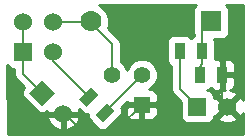
<source format=gbl>
G04 (created by PCBNEW-RS274X (2012-01-18 BZR 3371)-testing) date Sun 05 Feb 2012 03:29:24 PM EST*
G01*
G70*
G90*
%MOIN*%
G04 Gerber Fmt 3.4, Leading zero omitted, Abs format*
%FSLAX34Y34*%
G04 APERTURE LIST*
%ADD10C,0.006000*%
%ADD11C,0.070000*%
%ADD12R,0.070000X0.070000*%
%ADD13R,0.060000X0.060000*%
%ADD14C,0.060000*%
%ADD15R,0.055000X0.055000*%
%ADD16C,0.055000*%
%ADD17R,0.035000X0.055000*%
%ADD18C,0.008000*%
%ADD19C,0.010000*%
G04 APERTURE END LIST*
G54D10*
G54D11*
X18770Y-13090D03*
G54D12*
X22770Y-13090D03*
G54D13*
X22310Y-15940D03*
G54D14*
X23310Y-15940D03*
G54D15*
X20460Y-15870D03*
G54D16*
X20460Y-14870D03*
X19460Y-14870D03*
G54D17*
X22475Y-14080D03*
X21725Y-14080D03*
G54D10*
G36*
X18377Y-15686D02*
X18766Y-15297D01*
X19013Y-15544D01*
X18624Y-15933D01*
X18377Y-15686D01*
X18377Y-15686D01*
G37*
G36*
X18907Y-16216D02*
X19296Y-15827D01*
X19543Y-16074D01*
X19154Y-16463D01*
X18907Y-16216D01*
X18907Y-16216D01*
G37*
G54D17*
X22385Y-14880D03*
X23135Y-14880D03*
G54D10*
G36*
X16702Y-15476D02*
X17126Y-15052D01*
X17550Y-15476D01*
X17126Y-15900D01*
X16702Y-15476D01*
X16702Y-15476D01*
G37*
G54D14*
X17834Y-16184D03*
G54D13*
X16500Y-14130D03*
G54D14*
X16500Y-13130D03*
X17500Y-14130D03*
X17500Y-13130D03*
G54D18*
X17904Y-16184D02*
X18470Y-16750D01*
X23135Y-14880D02*
X23135Y-15765D01*
X23135Y-15765D02*
X23310Y-15940D01*
X20460Y-15870D02*
X21170Y-15870D01*
X22700Y-16550D02*
X23310Y-15940D01*
X21850Y-16550D02*
X22700Y-16550D01*
X21170Y-15870D02*
X21850Y-16550D01*
X17834Y-16184D02*
X17904Y-16184D01*
X19580Y-16750D02*
X20460Y-15870D01*
X18470Y-16750D02*
X19580Y-16750D01*
X22310Y-15940D02*
X22310Y-15930D01*
X21725Y-15345D02*
X21725Y-14080D01*
X22310Y-15930D02*
X21725Y-15345D01*
X17500Y-14420D02*
X18695Y-15615D01*
X17500Y-14130D02*
X17500Y-14420D01*
X19225Y-16145D02*
X19225Y-16105D01*
X19225Y-16105D02*
X20460Y-14870D01*
X22475Y-14080D02*
X22475Y-13385D01*
X22475Y-13385D02*
X22770Y-13090D01*
X22385Y-14880D02*
X22385Y-14605D01*
X22475Y-14515D02*
X22475Y-14080D01*
X22385Y-14605D02*
X22475Y-14515D01*
X17500Y-13130D02*
X18730Y-13130D01*
X19460Y-13860D02*
X19460Y-14870D01*
X18730Y-13130D02*
X19460Y-13860D01*
X16500Y-14130D02*
X16500Y-14850D01*
X16500Y-14850D02*
X17126Y-15476D01*
X16500Y-13130D02*
X16500Y-14130D01*
G54D10*
G36*
X23815Y-16855D02*
X23625Y-16855D01*
X23625Y-16325D01*
X23310Y-16011D01*
X22995Y-16325D01*
X23024Y-16420D01*
X23229Y-16493D01*
X23447Y-16482D01*
X23596Y-16420D01*
X23625Y-16325D01*
X23625Y-16855D01*
X20985Y-16855D01*
X20985Y-15982D01*
X20923Y-15920D01*
X20510Y-15920D01*
X20510Y-16333D01*
X20572Y-16395D01*
X20686Y-16394D01*
X20785Y-16394D01*
X20876Y-16356D01*
X20946Y-16286D01*
X20984Y-16194D01*
X20985Y-15982D01*
X20985Y-16855D01*
X20410Y-16855D01*
X20410Y-16333D01*
X20410Y-15920D01*
X19997Y-15920D01*
X19935Y-15982D01*
X19936Y-16194D01*
X19974Y-16286D01*
X20044Y-16356D01*
X20135Y-16394D01*
X20234Y-16394D01*
X20348Y-16395D01*
X20410Y-16333D01*
X20410Y-16855D01*
X19905Y-16855D01*
X18376Y-16853D01*
X18376Y-16321D01*
X18329Y-16234D01*
X17884Y-16234D01*
X17884Y-16679D01*
X17971Y-16726D01*
X18168Y-16632D01*
X18314Y-16470D01*
X18376Y-16321D01*
X18376Y-16853D01*
X17784Y-16852D01*
X17784Y-16679D01*
X17784Y-16234D01*
X17339Y-16234D01*
X17292Y-16321D01*
X17386Y-16518D01*
X17548Y-16664D01*
X17697Y-16726D01*
X17784Y-16679D01*
X17784Y-16852D01*
X15990Y-16850D01*
X15979Y-14547D01*
X15989Y-14571D01*
X16059Y-14641D01*
X16150Y-14679D01*
X16210Y-14679D01*
X16210Y-14850D01*
X16232Y-14961D01*
X16295Y-15055D01*
X16532Y-15292D01*
X16491Y-15335D01*
X16453Y-15427D01*
X16453Y-15525D01*
X16490Y-15617D01*
X16560Y-15687D01*
X16985Y-16111D01*
X17077Y-16149D01*
X17175Y-16149D01*
X17267Y-16112D01*
X17306Y-16072D01*
X17339Y-16134D01*
X17643Y-16134D01*
X17728Y-16219D01*
X17834Y-16113D01*
X17940Y-16219D01*
X18025Y-16134D01*
X18329Y-16134D01*
X18376Y-16047D01*
X18366Y-16027D01*
X18483Y-16144D01*
X18575Y-16182D01*
X18658Y-16182D01*
X18658Y-16265D01*
X18695Y-16356D01*
X18765Y-16426D01*
X19013Y-16674D01*
X19105Y-16712D01*
X19204Y-16712D01*
X19295Y-16675D01*
X19365Y-16605D01*
X19754Y-16216D01*
X19792Y-16124D01*
X19792Y-16025D01*
X19769Y-15970D01*
X19958Y-15781D01*
X19997Y-15820D01*
X20360Y-15820D01*
X20410Y-15820D01*
X20510Y-15820D01*
X20560Y-15820D01*
X20923Y-15820D01*
X20985Y-15758D01*
X20984Y-15546D01*
X20946Y-15454D01*
X20876Y-15384D01*
X20785Y-15346D01*
X20686Y-15346D01*
X20682Y-15345D01*
X20757Y-15315D01*
X20905Y-15168D01*
X20985Y-14975D01*
X20985Y-14766D01*
X20905Y-14573D01*
X20758Y-14425D01*
X20565Y-14345D01*
X20356Y-14345D01*
X20163Y-14425D01*
X20015Y-14572D01*
X19959Y-14705D01*
X19905Y-14573D01*
X19758Y-14425D01*
X19750Y-14421D01*
X19750Y-13860D01*
X19728Y-13749D01*
X19665Y-13655D01*
X19325Y-13315D01*
X19369Y-13209D01*
X19369Y-12971D01*
X19278Y-12751D01*
X19109Y-12582D01*
X19019Y-12545D01*
X22263Y-12545D01*
X22209Y-12599D01*
X22171Y-12690D01*
X22171Y-12789D01*
X22171Y-13489D01*
X22185Y-13522D01*
X22185Y-13583D01*
X22159Y-13594D01*
X22100Y-13653D01*
X22041Y-13594D01*
X21950Y-13556D01*
X21851Y-13556D01*
X21501Y-13556D01*
X21409Y-13594D01*
X21339Y-13664D01*
X21301Y-13755D01*
X21301Y-13854D01*
X21301Y-14404D01*
X21339Y-14496D01*
X21409Y-14566D01*
X21435Y-14576D01*
X21435Y-15345D01*
X21457Y-15456D01*
X21520Y-15550D01*
X21761Y-15791D01*
X21761Y-16289D01*
X21799Y-16381D01*
X21869Y-16451D01*
X21960Y-16489D01*
X22059Y-16489D01*
X22659Y-16489D01*
X22751Y-16451D01*
X22821Y-16381D01*
X22859Y-16290D01*
X22859Y-16234D01*
X22925Y-16255D01*
X23239Y-15940D01*
X22925Y-15625D01*
X22859Y-15645D01*
X22859Y-15591D01*
X22821Y-15499D01*
X22751Y-15429D01*
X22660Y-15391D01*
X22640Y-15391D01*
X22701Y-15366D01*
X22760Y-15307D01*
X22819Y-15366D01*
X22911Y-15404D01*
X23023Y-15405D01*
X23085Y-15343D01*
X23085Y-14980D01*
X23085Y-14930D01*
X23085Y-14830D01*
X23085Y-14780D01*
X23085Y-14417D01*
X23023Y-14355D01*
X22911Y-14356D01*
X22899Y-14360D01*
X22899Y-14306D01*
X22899Y-13756D01*
X22871Y-13689D01*
X23169Y-13689D01*
X23261Y-13651D01*
X23331Y-13581D01*
X23369Y-13490D01*
X23369Y-13391D01*
X23369Y-12691D01*
X23331Y-12599D01*
X23277Y-12545D01*
X23815Y-12545D01*
X23815Y-15714D01*
X23790Y-15654D01*
X23695Y-15625D01*
X23625Y-15695D01*
X23625Y-15555D01*
X23596Y-15460D01*
X23395Y-15388D01*
X23451Y-15366D01*
X23521Y-15296D01*
X23559Y-15205D01*
X23559Y-15106D01*
X23560Y-14992D01*
X23560Y-14768D01*
X23559Y-14654D01*
X23559Y-14555D01*
X23521Y-14464D01*
X23451Y-14394D01*
X23359Y-14356D01*
X23247Y-14355D01*
X23185Y-14417D01*
X23185Y-14830D01*
X23498Y-14830D01*
X23560Y-14768D01*
X23560Y-14992D01*
X23498Y-14930D01*
X23185Y-14930D01*
X23185Y-15343D01*
X23236Y-15394D01*
X23173Y-15398D01*
X23024Y-15460D01*
X22995Y-15555D01*
X23310Y-15869D01*
X23625Y-15555D01*
X23625Y-15695D01*
X23381Y-15940D01*
X23695Y-16255D01*
X23790Y-16226D01*
X23815Y-16155D01*
X23815Y-16855D01*
X23815Y-16855D01*
G37*
G54D19*
X23815Y-16855D02*
X23625Y-16855D01*
X23625Y-16325D01*
X23310Y-16011D01*
X22995Y-16325D01*
X23024Y-16420D01*
X23229Y-16493D01*
X23447Y-16482D01*
X23596Y-16420D01*
X23625Y-16325D01*
X23625Y-16855D01*
X20985Y-16855D01*
X20985Y-15982D01*
X20923Y-15920D01*
X20510Y-15920D01*
X20510Y-16333D01*
X20572Y-16395D01*
X20686Y-16394D01*
X20785Y-16394D01*
X20876Y-16356D01*
X20946Y-16286D01*
X20984Y-16194D01*
X20985Y-15982D01*
X20985Y-16855D01*
X20410Y-16855D01*
X20410Y-16333D01*
X20410Y-15920D01*
X19997Y-15920D01*
X19935Y-15982D01*
X19936Y-16194D01*
X19974Y-16286D01*
X20044Y-16356D01*
X20135Y-16394D01*
X20234Y-16394D01*
X20348Y-16395D01*
X20410Y-16333D01*
X20410Y-16855D01*
X19905Y-16855D01*
X18376Y-16853D01*
X18376Y-16321D01*
X18329Y-16234D01*
X17884Y-16234D01*
X17884Y-16679D01*
X17971Y-16726D01*
X18168Y-16632D01*
X18314Y-16470D01*
X18376Y-16321D01*
X18376Y-16853D01*
X17784Y-16852D01*
X17784Y-16679D01*
X17784Y-16234D01*
X17339Y-16234D01*
X17292Y-16321D01*
X17386Y-16518D01*
X17548Y-16664D01*
X17697Y-16726D01*
X17784Y-16679D01*
X17784Y-16852D01*
X15990Y-16850D01*
X15979Y-14547D01*
X15989Y-14571D01*
X16059Y-14641D01*
X16150Y-14679D01*
X16210Y-14679D01*
X16210Y-14850D01*
X16232Y-14961D01*
X16295Y-15055D01*
X16532Y-15292D01*
X16491Y-15335D01*
X16453Y-15427D01*
X16453Y-15525D01*
X16490Y-15617D01*
X16560Y-15687D01*
X16985Y-16111D01*
X17077Y-16149D01*
X17175Y-16149D01*
X17267Y-16112D01*
X17306Y-16072D01*
X17339Y-16134D01*
X17643Y-16134D01*
X17728Y-16219D01*
X17834Y-16113D01*
X17940Y-16219D01*
X18025Y-16134D01*
X18329Y-16134D01*
X18376Y-16047D01*
X18366Y-16027D01*
X18483Y-16144D01*
X18575Y-16182D01*
X18658Y-16182D01*
X18658Y-16265D01*
X18695Y-16356D01*
X18765Y-16426D01*
X19013Y-16674D01*
X19105Y-16712D01*
X19204Y-16712D01*
X19295Y-16675D01*
X19365Y-16605D01*
X19754Y-16216D01*
X19792Y-16124D01*
X19792Y-16025D01*
X19769Y-15970D01*
X19958Y-15781D01*
X19997Y-15820D01*
X20360Y-15820D01*
X20410Y-15820D01*
X20510Y-15820D01*
X20560Y-15820D01*
X20923Y-15820D01*
X20985Y-15758D01*
X20984Y-15546D01*
X20946Y-15454D01*
X20876Y-15384D01*
X20785Y-15346D01*
X20686Y-15346D01*
X20682Y-15345D01*
X20757Y-15315D01*
X20905Y-15168D01*
X20985Y-14975D01*
X20985Y-14766D01*
X20905Y-14573D01*
X20758Y-14425D01*
X20565Y-14345D01*
X20356Y-14345D01*
X20163Y-14425D01*
X20015Y-14572D01*
X19959Y-14705D01*
X19905Y-14573D01*
X19758Y-14425D01*
X19750Y-14421D01*
X19750Y-13860D01*
X19728Y-13749D01*
X19665Y-13655D01*
X19325Y-13315D01*
X19369Y-13209D01*
X19369Y-12971D01*
X19278Y-12751D01*
X19109Y-12582D01*
X19019Y-12545D01*
X22263Y-12545D01*
X22209Y-12599D01*
X22171Y-12690D01*
X22171Y-12789D01*
X22171Y-13489D01*
X22185Y-13522D01*
X22185Y-13583D01*
X22159Y-13594D01*
X22100Y-13653D01*
X22041Y-13594D01*
X21950Y-13556D01*
X21851Y-13556D01*
X21501Y-13556D01*
X21409Y-13594D01*
X21339Y-13664D01*
X21301Y-13755D01*
X21301Y-13854D01*
X21301Y-14404D01*
X21339Y-14496D01*
X21409Y-14566D01*
X21435Y-14576D01*
X21435Y-15345D01*
X21457Y-15456D01*
X21520Y-15550D01*
X21761Y-15791D01*
X21761Y-16289D01*
X21799Y-16381D01*
X21869Y-16451D01*
X21960Y-16489D01*
X22059Y-16489D01*
X22659Y-16489D01*
X22751Y-16451D01*
X22821Y-16381D01*
X22859Y-16290D01*
X22859Y-16234D01*
X22925Y-16255D01*
X23239Y-15940D01*
X22925Y-15625D01*
X22859Y-15645D01*
X22859Y-15591D01*
X22821Y-15499D01*
X22751Y-15429D01*
X22660Y-15391D01*
X22640Y-15391D01*
X22701Y-15366D01*
X22760Y-15307D01*
X22819Y-15366D01*
X22911Y-15404D01*
X23023Y-15405D01*
X23085Y-15343D01*
X23085Y-14980D01*
X23085Y-14930D01*
X23085Y-14830D01*
X23085Y-14780D01*
X23085Y-14417D01*
X23023Y-14355D01*
X22911Y-14356D01*
X22899Y-14360D01*
X22899Y-14306D01*
X22899Y-13756D01*
X22871Y-13689D01*
X23169Y-13689D01*
X23261Y-13651D01*
X23331Y-13581D01*
X23369Y-13490D01*
X23369Y-13391D01*
X23369Y-12691D01*
X23331Y-12599D01*
X23277Y-12545D01*
X23815Y-12545D01*
X23815Y-15714D01*
X23790Y-15654D01*
X23695Y-15625D01*
X23625Y-15695D01*
X23625Y-15555D01*
X23596Y-15460D01*
X23395Y-15388D01*
X23451Y-15366D01*
X23521Y-15296D01*
X23559Y-15205D01*
X23559Y-15106D01*
X23560Y-14992D01*
X23560Y-14768D01*
X23559Y-14654D01*
X23559Y-14555D01*
X23521Y-14464D01*
X23451Y-14394D01*
X23359Y-14356D01*
X23247Y-14355D01*
X23185Y-14417D01*
X23185Y-14830D01*
X23498Y-14830D01*
X23560Y-14768D01*
X23560Y-14992D01*
X23498Y-14930D01*
X23185Y-14930D01*
X23185Y-15343D01*
X23236Y-15394D01*
X23173Y-15398D01*
X23024Y-15460D01*
X22995Y-15555D01*
X23310Y-15869D01*
X23625Y-15555D01*
X23625Y-15695D01*
X23381Y-15940D01*
X23695Y-16255D01*
X23790Y-16226D01*
X23815Y-16155D01*
X23815Y-16855D01*
M02*

</source>
